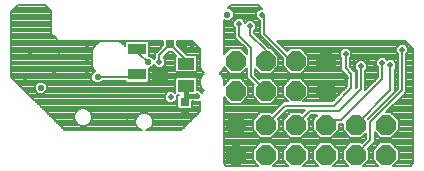
<source format=gtl>
G75*
%MOIN*%
%OFA0B0*%
%FSLAX25Y25*%
%IPPOS*%
%LPD*%
%AMOC8*
5,1,8,0,0,1.08239X$1,22.5*
%
%ADD10R,0.06000X0.03800*%
%ADD11R,0.05512X0.03937*%
%ADD12R,0.03000X0.02700*%
%ADD13R,0.02700X0.03000*%
%ADD14OC8,0.06600*%
%ADD15C,0.00787*%
%ADD16C,0.01981*%
%ADD17C,0.02178*%
%ADD18C,0.01575*%
D10*
X0064150Y0049341D03*
X0064150Y0057541D03*
D11*
X0080528Y0052772D03*
X0071866Y0049031D03*
X0080528Y0045291D03*
D12*
X0080134Y0040108D03*
X0080134Y0035908D03*
D13*
X0079478Y0059268D03*
X0075278Y0059268D03*
D14*
X0097024Y0053638D03*
X0107024Y0053638D03*
X0117024Y0053638D03*
X0127024Y0053638D03*
X0127024Y0043638D03*
X0117024Y0043638D03*
X0107024Y0043638D03*
X0097024Y0043638D03*
X0097063Y0032260D03*
X0107063Y0032260D03*
X0117063Y0032260D03*
X0127063Y0032260D03*
X0137063Y0032260D03*
X0147063Y0032260D03*
X0147063Y0022260D03*
X0137063Y0022260D03*
X0127063Y0022260D03*
X0117063Y0022260D03*
X0107063Y0022260D03*
X0097063Y0022260D03*
D15*
X0065729Y0030569D02*
X0039963Y0030569D01*
X0040004Y0030528D02*
X0022260Y0048272D01*
X0022260Y0069870D01*
X0024650Y0072260D01*
X0033649Y0072260D01*
X0035646Y0070263D01*
X0035646Y0062783D01*
X0036827Y0061602D01*
X0037980Y0060449D01*
X0072934Y0060449D01*
X0072934Y0058886D01*
X0071038Y0056990D01*
X0070226Y0056177D01*
X0070226Y0054667D01*
X0069770Y0054212D01*
X0068651Y0055331D01*
X0068143Y0055331D01*
X0068143Y0059853D01*
X0067561Y0060435D01*
X0060738Y0060435D01*
X0060156Y0059853D01*
X0060156Y0058792D01*
X0060146Y0058808D01*
X0060091Y0059047D01*
X0059933Y0059146D01*
X0059834Y0059304D01*
X0059595Y0059358D01*
X0059525Y0059403D01*
X0059466Y0059461D01*
X0059360Y0059682D01*
X0059184Y0059744D01*
X0059052Y0059876D01*
X0058807Y0059876D01*
X0058728Y0059903D01*
X0058658Y0059947D01*
X0058505Y0060139D01*
X0058320Y0060160D01*
X0058162Y0060259D01*
X0057925Y0060205D01*
X0057824Y0060305D01*
X0057579Y0060305D01*
X0057209Y0060435D01*
X0056957Y0060313D01*
X0056241Y0060394D01*
X0056129Y0060305D01*
X0054138Y0060305D01*
X0054027Y0060394D01*
X0053311Y0060313D01*
X0053059Y0060435D01*
X0052688Y0060305D01*
X0052443Y0060305D01*
X0052343Y0060205D01*
X0052106Y0060259D01*
X0051948Y0060160D01*
X0051763Y0060139D01*
X0051610Y0059947D01*
X0051539Y0059903D01*
X0051461Y0059876D01*
X0051216Y0059876D01*
X0051084Y0059744D01*
X0050908Y0059682D01*
X0050802Y0059461D01*
X0050743Y0059403D01*
X0050672Y0059358D01*
X0050434Y0059304D01*
X0050334Y0059146D01*
X0050176Y0059047D01*
X0050122Y0058808D01*
X0050078Y0058737D01*
X0050019Y0058679D01*
X0049798Y0058572D01*
X0049737Y0058396D01*
X0049605Y0058264D01*
X0049605Y0058019D01*
X0049577Y0057941D01*
X0049533Y0057870D01*
X0049341Y0057718D01*
X0049321Y0057532D01*
X0049221Y0057374D01*
X0049275Y0057137D01*
X0049175Y0057037D01*
X0049175Y0056792D01*
X0049046Y0056421D01*
X0049167Y0056169D01*
X0049086Y0055453D01*
X0049175Y0055342D01*
X0049175Y0053745D01*
X0049086Y0053633D01*
X0049167Y0052917D01*
X0049046Y0052665D01*
X0049175Y0052295D01*
X0049175Y0052050D01*
X0049275Y0051949D01*
X0049221Y0051712D01*
X0049321Y0051554D01*
X0049341Y0051369D01*
X0049533Y0051216D01*
X0049577Y0051146D01*
X0049605Y0051067D01*
X0049605Y0050822D01*
X0049737Y0050690D01*
X0049798Y0050514D01*
X0050019Y0050408D01*
X0050078Y0050349D01*
X0050109Y0050299D01*
X0048917Y0049107D01*
X0048917Y0047381D01*
X0050137Y0046161D01*
X0051863Y0046161D01*
X0052558Y0046857D01*
X0060329Y0046857D01*
X0060738Y0046447D01*
X0067561Y0046447D01*
X0068143Y0047029D01*
X0068143Y0051165D01*
X0068651Y0051165D01*
X0069770Y0052284D01*
X0070791Y0051264D01*
X0072435Y0051264D01*
X0073597Y0052426D01*
X0073597Y0054070D01*
X0073000Y0054667D01*
X0073000Y0055028D01*
X0074746Y0056774D01*
X0075754Y0056774D01*
X0076560Y0055969D01*
X0077077Y0055451D01*
X0076778Y0055152D01*
X0076778Y0050392D01*
X0077360Y0049809D01*
X0083695Y0049809D01*
X0084277Y0050392D01*
X0084277Y0055152D01*
X0083695Y0055734D01*
X0080719Y0055734D01*
X0078522Y0057931D01*
X0078522Y0057986D01*
X0077622Y0058886D01*
X0077622Y0060449D01*
X0082468Y0060449D01*
X0085252Y0057665D01*
X0085252Y0051759D01*
X0085275Y0051737D01*
X0085851Y0050345D01*
X0086574Y0049622D01*
X0085851Y0048899D01*
X0085252Y0047452D01*
X0085252Y0045886D01*
X0085851Y0044439D01*
X0086476Y0043815D01*
X0085851Y0043191D01*
X0085787Y0043035D01*
X0084893Y0043929D01*
X0084277Y0043929D01*
X0084277Y0047671D01*
X0083695Y0048254D01*
X0077360Y0048254D01*
X0076778Y0047671D01*
X0076778Y0042989D01*
X0076231Y0043535D01*
X0074588Y0043535D01*
X0073425Y0042373D01*
X0073425Y0040729D01*
X0074588Y0039567D01*
X0076231Y0039567D01*
X0077394Y0040729D01*
X0077394Y0042329D01*
X0078100Y0042329D01*
X0077640Y0041869D01*
X0077640Y0038346D01*
X0078222Y0037764D01*
X0082045Y0037764D01*
X0082628Y0038346D01*
X0082628Y0040164D01*
X0083046Y0040164D01*
X0083249Y0039961D01*
X0084893Y0039961D01*
X0085252Y0040320D01*
X0085252Y0036855D01*
X0078925Y0030528D01*
X0067194Y0030528D01*
X0068184Y0030938D01*
X0069015Y0031768D01*
X0069465Y0032854D01*
X0069465Y0034028D01*
X0069015Y0035114D01*
X0068184Y0035944D01*
X0067099Y0036394D01*
X0065924Y0036394D01*
X0064839Y0035944D01*
X0064009Y0035114D01*
X0063559Y0034028D01*
X0063559Y0032854D01*
X0064009Y0031768D01*
X0064839Y0030938D01*
X0065829Y0030528D01*
X0040004Y0030528D01*
X0039177Y0031355D02*
X0064422Y0031355D01*
X0063854Y0032141D02*
X0047432Y0032141D01*
X0047948Y0032355D02*
X0048779Y0033186D01*
X0049228Y0034271D01*
X0049228Y0035446D01*
X0048779Y0036531D01*
X0047948Y0037361D01*
X0046863Y0037811D01*
X0045688Y0037811D01*
X0044603Y0037361D01*
X0043772Y0036531D01*
X0043323Y0035446D01*
X0043323Y0034271D01*
X0043772Y0033186D01*
X0044603Y0032355D01*
X0045688Y0031906D01*
X0046863Y0031906D01*
X0047948Y0032355D01*
X0048520Y0032927D02*
X0063559Y0032927D01*
X0063559Y0033713D02*
X0048997Y0033713D01*
X0049228Y0034499D02*
X0063754Y0034499D01*
X0064180Y0035285D02*
X0049228Y0035285D01*
X0048969Y0036071D02*
X0065145Y0036071D01*
X0067879Y0036071D02*
X0084468Y0036071D01*
X0085252Y0036857D02*
X0048453Y0036857D01*
X0047270Y0037642D02*
X0085252Y0037642D01*
X0085252Y0038428D02*
X0082628Y0038428D01*
X0082628Y0039214D02*
X0085252Y0039214D01*
X0085252Y0040000D02*
X0084932Y0040000D01*
X0083209Y0040000D02*
X0082628Y0040000D01*
X0077640Y0040000D02*
X0076665Y0040000D01*
X0077394Y0040786D02*
X0077640Y0040786D01*
X0077640Y0041572D02*
X0077394Y0041572D01*
X0076778Y0043144D02*
X0076623Y0043144D01*
X0076778Y0043930D02*
X0034185Y0043930D01*
X0034185Y0043838D02*
X0032965Y0042618D01*
X0031240Y0042618D01*
X0030020Y0043838D01*
X0030020Y0045563D01*
X0031240Y0046783D01*
X0032965Y0046783D01*
X0034185Y0045563D01*
X0034185Y0043838D01*
X0034185Y0044716D02*
X0076778Y0044716D01*
X0076778Y0045502D02*
X0034185Y0045502D01*
X0033461Y0046287D02*
X0050011Y0046287D01*
X0049225Y0047073D02*
X0023458Y0047073D01*
X0022673Y0047859D02*
X0048917Y0047859D01*
X0048917Y0048645D02*
X0022260Y0048645D01*
X0022260Y0049431D02*
X0049242Y0049431D01*
X0050028Y0050217D02*
X0022260Y0050217D01*
X0022260Y0051003D02*
X0049605Y0051003D01*
X0049239Y0051789D02*
X0022260Y0051789D01*
X0022260Y0052575D02*
X0049077Y0052575D01*
X0049117Y0053361D02*
X0022260Y0053361D01*
X0022260Y0054147D02*
X0049175Y0054147D01*
X0049175Y0054933D02*
X0022260Y0054933D01*
X0022260Y0055718D02*
X0049116Y0055718D01*
X0049075Y0056504D02*
X0022260Y0056504D01*
X0022260Y0057290D02*
X0049240Y0057290D01*
X0049605Y0058076D02*
X0022260Y0058076D01*
X0022260Y0058862D02*
X0050134Y0058862D01*
X0050892Y0059648D02*
X0022260Y0059648D01*
X0022260Y0060434D02*
X0053056Y0060434D01*
X0053061Y0060434D02*
X0057207Y0060434D01*
X0057211Y0060434D02*
X0060737Y0060434D01*
X0060156Y0059648D02*
X0059376Y0059648D01*
X0060133Y0058862D02*
X0060156Y0058862D01*
X0064612Y0056425D02*
X0067789Y0053248D01*
X0069275Y0051789D02*
X0070266Y0051789D01*
X0068143Y0051003D02*
X0076778Y0051003D01*
X0076778Y0051789D02*
X0072960Y0051789D01*
X0073597Y0052575D02*
X0076778Y0052575D01*
X0076778Y0053361D02*
X0073597Y0053361D01*
X0073521Y0054147D02*
X0076778Y0054147D01*
X0076778Y0054933D02*
X0073000Y0054933D01*
X0073691Y0055718D02*
X0076810Y0055718D01*
X0076560Y0055969D02*
X0076560Y0055969D01*
X0076024Y0056504D02*
X0074477Y0056504D01*
X0072124Y0058076D02*
X0068143Y0058076D01*
X0068143Y0057290D02*
X0071338Y0057290D01*
X0071038Y0056990D02*
X0071038Y0056990D01*
X0070553Y0056504D02*
X0068143Y0056504D01*
X0068143Y0055718D02*
X0070226Y0055718D01*
X0070226Y0054933D02*
X0069049Y0054933D01*
X0071613Y0055603D02*
X0071613Y0053248D01*
X0071613Y0053503D01*
X0071613Y0055603D02*
X0075278Y0059268D01*
X0077134Y0057411D01*
X0077134Y0057356D01*
X0080528Y0053963D01*
X0080528Y0052772D01*
X0084277Y0052575D02*
X0085252Y0052575D01*
X0085252Y0053361D02*
X0084277Y0053361D01*
X0084277Y0054147D02*
X0085252Y0054147D01*
X0085252Y0054933D02*
X0084277Y0054933D01*
X0083710Y0055718D02*
X0085252Y0055718D01*
X0085252Y0056504D02*
X0079948Y0056504D01*
X0079162Y0057290D02*
X0085252Y0057290D01*
X0084841Y0058076D02*
X0078432Y0058076D01*
X0077646Y0058862D02*
X0084055Y0058862D01*
X0083269Y0059648D02*
X0077622Y0059648D01*
X0077622Y0060434D02*
X0082483Y0060434D01*
X0082102Y0059268D02*
X0082496Y0058874D01*
X0082102Y0059268D02*
X0079478Y0059268D01*
X0072934Y0059648D02*
X0068143Y0059648D01*
X0068143Y0058862D02*
X0072910Y0058862D01*
X0072934Y0060434D02*
X0067562Y0060434D01*
X0064149Y0057541D02*
X0064151Y0057464D01*
X0064157Y0057386D01*
X0064166Y0057309D01*
X0064179Y0057233D01*
X0064196Y0057157D01*
X0064217Y0057083D01*
X0064241Y0057009D01*
X0064269Y0056937D01*
X0064301Y0056866D01*
X0064335Y0056797D01*
X0064374Y0056729D01*
X0064415Y0056664D01*
X0064460Y0056600D01*
X0064507Y0056539D01*
X0064558Y0056481D01*
X0064611Y0056424D01*
X0068143Y0050217D02*
X0076952Y0050217D01*
X0076966Y0047859D02*
X0068143Y0047859D01*
X0068143Y0047073D02*
X0076778Y0047073D01*
X0076778Y0046287D02*
X0051989Y0046287D01*
X0051000Y0048244D02*
X0062580Y0048244D01*
X0064150Y0049341D01*
X0068143Y0049431D02*
X0086383Y0049431D01*
X0085979Y0050217D02*
X0084103Y0050217D01*
X0084277Y0051003D02*
X0085579Y0051003D01*
X0085252Y0051789D02*
X0084277Y0051789D01*
X0085746Y0048645D02*
X0068143Y0048645D01*
X0074196Y0043144D02*
X0033491Y0043144D01*
X0030714Y0043144D02*
X0027388Y0043144D01*
X0026602Y0043930D02*
X0030020Y0043930D01*
X0030020Y0044716D02*
X0025816Y0044716D01*
X0025030Y0045502D02*
X0030020Y0045502D01*
X0030744Y0046287D02*
X0024244Y0046287D01*
X0028174Y0042358D02*
X0073425Y0042358D01*
X0073425Y0041572D02*
X0028960Y0041572D01*
X0029746Y0040786D02*
X0073425Y0040786D01*
X0074154Y0040000D02*
X0030532Y0040000D01*
X0031318Y0039214D02*
X0077640Y0039214D01*
X0077640Y0038428D02*
X0032104Y0038428D01*
X0032889Y0037642D02*
X0045281Y0037642D01*
X0044098Y0036857D02*
X0033675Y0036857D01*
X0034461Y0036071D02*
X0043582Y0036071D01*
X0043323Y0035285D02*
X0035247Y0035285D01*
X0036033Y0034499D02*
X0043323Y0034499D01*
X0043554Y0033713D02*
X0036819Y0033713D01*
X0037605Y0032927D02*
X0044031Y0032927D01*
X0045120Y0032141D02*
X0038391Y0032141D01*
X0067295Y0030569D02*
X0078966Y0030569D01*
X0079752Y0031355D02*
X0068602Y0031355D01*
X0069169Y0032141D02*
X0080538Y0032141D01*
X0081324Y0032927D02*
X0069465Y0032927D01*
X0069465Y0033713D02*
X0082110Y0033713D01*
X0082896Y0034499D02*
X0069270Y0034499D01*
X0068844Y0035285D02*
X0083682Y0035285D01*
X0093126Y0035285D02*
X0104016Y0035285D01*
X0104802Y0036071D02*
X0093126Y0036071D01*
X0093126Y0036857D02*
X0109698Y0036857D01*
X0109118Y0036277D02*
X0108841Y0036554D01*
X0105284Y0036554D01*
X0102769Y0034038D01*
X0102769Y0030481D01*
X0105284Y0027966D01*
X0108841Y0027966D01*
X0111357Y0030481D01*
X0111357Y0034038D01*
X0111080Y0034315D01*
X0114173Y0037408D01*
X0120249Y0037408D01*
X0119118Y0036277D01*
X0118841Y0036554D01*
X0115284Y0036554D01*
X0112769Y0034038D01*
X0112769Y0030481D01*
X0115284Y0027966D01*
X0118841Y0027966D01*
X0121357Y0030481D01*
X0121357Y0034038D01*
X0121080Y0034315D01*
X0122325Y0035560D01*
X0124291Y0035560D01*
X0122769Y0034038D01*
X0122769Y0030481D01*
X0125284Y0027966D01*
X0128841Y0027966D01*
X0131357Y0030481D01*
X0131357Y0032487D01*
X0132677Y0032487D01*
X0132769Y0032579D01*
X0132769Y0030481D01*
X0135284Y0027966D01*
X0138841Y0027966D01*
X0140575Y0029700D01*
X0140575Y0027734D01*
X0139118Y0026277D01*
X0138841Y0026554D01*
X0135284Y0026554D01*
X0132769Y0024038D01*
X0132769Y0020481D01*
X0134534Y0018717D01*
X0129592Y0018717D01*
X0131357Y0020481D01*
X0131357Y0024038D01*
X0128841Y0026554D01*
X0125284Y0026554D01*
X0122769Y0024038D01*
X0122769Y0020481D01*
X0124534Y0018717D01*
X0119592Y0018717D01*
X0121357Y0020481D01*
X0121357Y0024038D01*
X0118841Y0026554D01*
X0115284Y0026554D01*
X0112769Y0024038D01*
X0112769Y0020481D01*
X0114534Y0018717D01*
X0109592Y0018717D01*
X0111357Y0020481D01*
X0111357Y0024038D01*
X0108841Y0026554D01*
X0105284Y0026554D01*
X0102769Y0024038D01*
X0102769Y0020481D01*
X0104534Y0018717D01*
X0093941Y0018717D01*
X0093126Y0019532D01*
X0093126Y0041463D01*
X0095245Y0039344D01*
X0098802Y0039344D01*
X0101317Y0041859D01*
X0101317Y0045416D01*
X0098802Y0047931D01*
X0095245Y0047931D01*
X0093074Y0045760D01*
X0093126Y0045886D01*
X0093126Y0047452D01*
X0092527Y0048899D01*
X0091804Y0049622D01*
X0092527Y0050345D01*
X0093030Y0051559D01*
X0095245Y0049344D01*
X0098802Y0049344D01*
X0100794Y0051336D01*
X0100794Y0047906D01*
X0103006Y0045693D01*
X0102730Y0045416D01*
X0102730Y0041859D01*
X0105245Y0039344D01*
X0108802Y0039344D01*
X0111317Y0041859D01*
X0111317Y0045416D01*
X0108802Y0047931D01*
X0105245Y0047931D01*
X0104969Y0047655D01*
X0103568Y0049055D01*
X0103568Y0051021D01*
X0105245Y0049344D01*
X0108802Y0049344D01*
X0111317Y0051859D01*
X0111317Y0055416D01*
X0108802Y0057931D01*
X0108289Y0057931D01*
X0103228Y0062992D01*
X0103228Y0063808D01*
X0103825Y0064405D01*
X0103825Y0066049D01*
X0102663Y0067211D01*
X0101019Y0067211D01*
X0100228Y0066420D01*
X0100228Y0066783D01*
X0099066Y0067945D01*
X0097422Y0067945D01*
X0096260Y0066783D01*
X0096260Y0065139D01*
X0096857Y0064542D01*
X0096857Y0061449D01*
X0100794Y0057512D01*
X0100794Y0055940D01*
X0098802Y0057931D01*
X0095245Y0057931D01*
X0093126Y0055812D01*
X0093126Y0067335D01*
X0093442Y0067019D01*
X0095167Y0067019D01*
X0096387Y0068239D01*
X0096387Y0069965D01*
X0095167Y0071185D01*
X0094441Y0071185D01*
X0095516Y0072260D01*
X0104515Y0072260D01*
X0105681Y0071094D01*
X0105093Y0071094D01*
X0103931Y0069932D01*
X0103931Y0068288D01*
X0105093Y0067126D01*
X0105124Y0067126D01*
X0105124Y0062208D01*
X0112730Y0054603D01*
X0112730Y0051859D01*
X0115245Y0049344D01*
X0118802Y0049344D01*
X0121317Y0051859D01*
X0121317Y0055416D01*
X0118802Y0057931D01*
X0115245Y0057931D01*
X0114285Y0056972D01*
X0110808Y0060449D01*
X0153334Y0060449D01*
X0156118Y0057665D01*
X0156118Y0019532D01*
X0155303Y0018717D01*
X0149592Y0018717D01*
X0151357Y0020481D01*
X0151357Y0024038D01*
X0148841Y0026554D01*
X0145284Y0026554D01*
X0142769Y0024038D01*
X0142769Y0020481D01*
X0144534Y0018717D01*
X0139592Y0018717D01*
X0141357Y0020481D01*
X0141357Y0024038D01*
X0141080Y0024315D01*
X0142537Y0025772D01*
X0143350Y0026585D01*
X0143350Y0029901D01*
X0145284Y0027966D01*
X0148841Y0027966D01*
X0151357Y0030481D01*
X0151357Y0034038D01*
X0148841Y0036554D01*
X0147247Y0036554D01*
X0153149Y0042456D01*
X0153962Y0043269D01*
X0153962Y0055880D01*
X0154559Y0056477D01*
X0154559Y0058121D01*
X0153397Y0059283D01*
X0151753Y0059283D01*
X0150591Y0058121D01*
X0150591Y0056477D01*
X0151187Y0055880D01*
X0151187Y0044419D01*
X0141388Y0034619D01*
X0141082Y0034313D01*
X0141080Y0034315D01*
X0149212Y0042447D01*
X0150025Y0043260D01*
X0150025Y0050762D01*
X0150622Y0051359D01*
X0150622Y0053003D01*
X0149460Y0054165D01*
X0147816Y0054165D01*
X0147654Y0054003D01*
X0146704Y0054953D01*
X0145060Y0054953D01*
X0143898Y0053790D01*
X0143898Y0052147D01*
X0144494Y0051550D01*
X0144494Y0048228D01*
X0140222Y0043956D01*
X0140222Y0050447D01*
X0140819Y0051044D01*
X0140819Y0052688D01*
X0139657Y0053850D01*
X0138013Y0053850D01*
X0136850Y0052688D01*
X0136850Y0051044D01*
X0137447Y0050447D01*
X0137447Y0044882D01*
X0137049Y0044483D01*
X0137049Y0049831D01*
X0136236Y0050644D01*
X0135065Y0051816D01*
X0135065Y0054699D01*
X0135661Y0055296D01*
X0135661Y0056940D01*
X0134499Y0058102D01*
X0132855Y0058102D01*
X0131693Y0056940D01*
X0131693Y0055296D01*
X0132290Y0054699D01*
X0132290Y0050666D01*
X0134274Y0048682D01*
X0134274Y0045203D01*
X0129253Y0040183D01*
X0119641Y0040183D01*
X0121317Y0041859D01*
X0121317Y0045416D01*
X0118802Y0047931D01*
X0115245Y0047931D01*
X0112730Y0045416D01*
X0112730Y0041859D01*
X0114407Y0040183D01*
X0113024Y0040183D01*
X0109118Y0036277D01*
X0110484Y0037642D02*
X0093126Y0037642D01*
X0093126Y0038428D02*
X0111269Y0038428D01*
X0112055Y0039214D02*
X0093126Y0039214D01*
X0093126Y0040000D02*
X0094589Y0040000D01*
X0093803Y0040786D02*
X0093126Y0040786D01*
X0099458Y0040000D02*
X0104589Y0040000D01*
X0103803Y0040786D02*
X0100244Y0040786D01*
X0101030Y0041572D02*
X0103017Y0041572D01*
X0102730Y0042358D02*
X0101317Y0042358D01*
X0101317Y0043144D02*
X0102730Y0043144D01*
X0102730Y0043930D02*
X0101317Y0043930D01*
X0101317Y0044716D02*
X0102730Y0044716D01*
X0102815Y0045502D02*
X0101232Y0045502D01*
X0100446Y0046287D02*
X0102412Y0046287D01*
X0101626Y0047073D02*
X0099660Y0047073D01*
X0098874Y0047859D02*
X0100840Y0047859D01*
X0100794Y0048645D02*
X0092632Y0048645D01*
X0092957Y0047859D02*
X0095173Y0047859D01*
X0094387Y0047073D02*
X0093126Y0047073D01*
X0093126Y0046287D02*
X0093601Y0046287D01*
X0095158Y0049431D02*
X0091995Y0049431D01*
X0092399Y0050217D02*
X0094372Y0050217D01*
X0093586Y0051003D02*
X0092799Y0051003D01*
X0098889Y0049431D02*
X0100794Y0049431D01*
X0100794Y0050217D02*
X0099675Y0050217D01*
X0100461Y0051003D02*
X0100794Y0051003D01*
X0103568Y0051003D02*
X0103586Y0051003D01*
X0103568Y0050217D02*
X0104372Y0050217D01*
X0105158Y0049431D02*
X0103568Y0049431D01*
X0103978Y0048645D02*
X0134274Y0048645D01*
X0134274Y0047859D02*
X0118874Y0047859D01*
X0119660Y0047073D02*
X0134274Y0047073D01*
X0134274Y0046287D02*
X0120446Y0046287D01*
X0121232Y0045502D02*
X0134274Y0045502D01*
X0133786Y0044716D02*
X0121317Y0044716D01*
X0121317Y0043930D02*
X0133001Y0043930D01*
X0132215Y0043144D02*
X0121317Y0043144D01*
X0121317Y0042358D02*
X0131429Y0042358D01*
X0130643Y0041572D02*
X0121030Y0041572D01*
X0120244Y0040786D02*
X0129857Y0040786D01*
X0129828Y0038795D02*
X0113598Y0038795D01*
X0107063Y0032260D01*
X0102769Y0032141D02*
X0093126Y0032141D01*
X0093126Y0031355D02*
X0102769Y0031355D01*
X0102769Y0030569D02*
X0093126Y0030569D01*
X0093126Y0029783D02*
X0103467Y0029783D01*
X0104253Y0028997D02*
X0093126Y0028997D01*
X0093126Y0028212D02*
X0105039Y0028212D01*
X0109087Y0028212D02*
X0115039Y0028212D01*
X0114253Y0028997D02*
X0109873Y0028997D01*
X0110659Y0029783D02*
X0113467Y0029783D01*
X0112769Y0030569D02*
X0111357Y0030569D01*
X0111357Y0031355D02*
X0112769Y0031355D01*
X0112769Y0032141D02*
X0111357Y0032141D01*
X0111357Y0032927D02*
X0112769Y0032927D01*
X0112769Y0033713D02*
X0111357Y0033713D01*
X0111264Y0034499D02*
X0113230Y0034499D01*
X0114016Y0035285D02*
X0112050Y0035285D01*
X0112836Y0036071D02*
X0114802Y0036071D01*
X0113622Y0036857D02*
X0119698Y0036857D01*
X0121750Y0036947D02*
X0131475Y0036947D01*
X0138835Y0044307D01*
X0138835Y0051866D01*
X0140819Y0051789D02*
X0144255Y0051789D01*
X0144494Y0051003D02*
X0140778Y0051003D01*
X0140222Y0050217D02*
X0144494Y0050217D01*
X0144494Y0049431D02*
X0140222Y0049431D01*
X0140222Y0048645D02*
X0144494Y0048645D01*
X0144126Y0047859D02*
X0140222Y0047859D01*
X0140222Y0047073D02*
X0143340Y0047073D01*
X0142554Y0046287D02*
X0140222Y0046287D01*
X0140222Y0045502D02*
X0141768Y0045502D01*
X0140982Y0044716D02*
X0140222Y0044716D01*
X0137447Y0045502D02*
X0137049Y0045502D01*
X0137049Y0046287D02*
X0137447Y0046287D01*
X0137447Y0047073D02*
X0137049Y0047073D01*
X0137049Y0047859D02*
X0137447Y0047859D01*
X0137447Y0048645D02*
X0137049Y0048645D01*
X0137049Y0049431D02*
X0137447Y0049431D01*
X0137447Y0050217D02*
X0136663Y0050217D01*
X0136892Y0051003D02*
X0135877Y0051003D01*
X0135091Y0051789D02*
X0136850Y0051789D01*
X0136850Y0052575D02*
X0135065Y0052575D01*
X0135065Y0053361D02*
X0137523Y0053361D01*
X0135065Y0054147D02*
X0144254Y0054147D01*
X0143898Y0053361D02*
X0140146Y0053361D01*
X0140819Y0052575D02*
X0143898Y0052575D01*
X0145882Y0052969D02*
X0145882Y0047654D01*
X0132102Y0033874D01*
X0128677Y0033874D01*
X0127063Y0032260D01*
X0122769Y0032141D02*
X0121357Y0032141D01*
X0121357Y0031355D02*
X0122769Y0031355D01*
X0122769Y0030569D02*
X0121357Y0030569D01*
X0120659Y0029783D02*
X0123467Y0029783D01*
X0124253Y0028997D02*
X0119873Y0028997D01*
X0119087Y0028212D02*
X0125039Y0028212D01*
X0129087Y0028212D02*
X0135039Y0028212D01*
X0134253Y0028997D02*
X0129873Y0028997D01*
X0130659Y0029783D02*
X0133467Y0029783D01*
X0132769Y0030569D02*
X0131357Y0030569D01*
X0131357Y0031355D02*
X0132769Y0031355D01*
X0132769Y0032141D02*
X0131357Y0032141D01*
X0137063Y0032260D02*
X0148638Y0043835D01*
X0148638Y0052181D01*
X0150264Y0053361D02*
X0151187Y0053361D01*
X0151187Y0054147D02*
X0149478Y0054147D01*
X0147797Y0054147D02*
X0147510Y0054147D01*
X0146724Y0054933D02*
X0151187Y0054933D01*
X0151187Y0055718D02*
X0135661Y0055718D01*
X0135661Y0056504D02*
X0150591Y0056504D01*
X0150591Y0057290D02*
X0135311Y0057290D01*
X0134525Y0058076D02*
X0150591Y0058076D01*
X0151332Y0058862D02*
X0112395Y0058862D01*
X0113181Y0058076D02*
X0132829Y0058076D01*
X0132043Y0057290D02*
X0119443Y0057290D01*
X0120229Y0056504D02*
X0131693Y0056504D01*
X0131693Y0055718D02*
X0121015Y0055718D01*
X0121317Y0054933D02*
X0132057Y0054933D01*
X0132290Y0054147D02*
X0121317Y0054147D01*
X0121317Y0053361D02*
X0132290Y0053361D01*
X0132290Y0052575D02*
X0121317Y0052575D01*
X0121247Y0051789D02*
X0132290Y0051789D01*
X0132290Y0051003D02*
X0120461Y0051003D01*
X0119675Y0050217D02*
X0132739Y0050217D01*
X0133525Y0049431D02*
X0118889Y0049431D01*
X0115158Y0049431D02*
X0108889Y0049431D01*
X0109675Y0050217D02*
X0114372Y0050217D01*
X0113586Y0051003D02*
X0110461Y0051003D01*
X0111247Y0051789D02*
X0112800Y0051789D01*
X0112730Y0052575D02*
X0111317Y0052575D01*
X0111317Y0053361D02*
X0112730Y0053361D01*
X0112730Y0054147D02*
X0111317Y0054147D01*
X0111317Y0054933D02*
X0112400Y0054933D01*
X0111614Y0055718D02*
X0111015Y0055718D01*
X0110828Y0056504D02*
X0110229Y0056504D01*
X0110042Y0057290D02*
X0109443Y0057290D01*
X0109257Y0058076D02*
X0108144Y0058076D01*
X0108471Y0058862D02*
X0107358Y0058862D01*
X0107685Y0059648D02*
X0106572Y0059648D01*
X0106899Y0060434D02*
X0105786Y0060434D01*
X0106113Y0061220D02*
X0105000Y0061220D01*
X0105327Y0062006D02*
X0104215Y0062006D01*
X0103429Y0062792D02*
X0105124Y0062792D01*
X0105124Y0063578D02*
X0103228Y0063578D01*
X0103784Y0064363D02*
X0105124Y0064363D01*
X0105124Y0065149D02*
X0103825Y0065149D01*
X0103825Y0065935D02*
X0105124Y0065935D01*
X0105124Y0066721D02*
X0103152Y0066721D01*
X0104712Y0067507D02*
X0099504Y0067507D01*
X0100228Y0066721D02*
X0100529Y0066721D01*
X0098244Y0065961D02*
X0098244Y0062024D01*
X0102181Y0058087D01*
X0102181Y0048480D01*
X0107024Y0043638D01*
X0110244Y0040786D02*
X0113803Y0040786D01*
X0113017Y0041572D02*
X0111030Y0041572D01*
X0111317Y0042358D02*
X0112730Y0042358D01*
X0112730Y0043144D02*
X0111317Y0043144D01*
X0111317Y0043930D02*
X0112730Y0043930D01*
X0112730Y0044716D02*
X0111317Y0044716D01*
X0111232Y0045502D02*
X0112815Y0045502D01*
X0113601Y0046287D02*
X0110446Y0046287D01*
X0109660Y0047073D02*
X0114387Y0047073D01*
X0115173Y0047859D02*
X0108874Y0047859D01*
X0105173Y0047859D02*
X0104764Y0047859D01*
X0107024Y0053638D02*
X0107024Y0057235D01*
X0101841Y0062417D01*
X0101841Y0065227D01*
X0096857Y0064363D02*
X0093126Y0064363D01*
X0093126Y0063578D02*
X0096857Y0063578D01*
X0096857Y0062792D02*
X0093126Y0062792D01*
X0093126Y0062006D02*
X0096857Y0062006D01*
X0097086Y0061220D02*
X0093126Y0061220D01*
X0093126Y0060434D02*
X0097872Y0060434D01*
X0098658Y0059648D02*
X0093126Y0059648D01*
X0093126Y0058862D02*
X0099444Y0058862D01*
X0100229Y0058076D02*
X0093126Y0058076D01*
X0093126Y0057290D02*
X0094604Y0057290D01*
X0093818Y0056504D02*
X0093126Y0056504D01*
X0099443Y0057290D02*
X0100794Y0057290D01*
X0100794Y0056504D02*
X0100229Y0056504D01*
X0110823Y0060434D02*
X0153349Y0060434D01*
X0154135Y0059648D02*
X0111609Y0059648D01*
X0113967Y0057290D02*
X0114604Y0057290D01*
X0115657Y0053638D02*
X0106512Y0062783D01*
X0106512Y0068513D01*
X0105915Y0069110D01*
X0103931Y0069079D02*
X0096387Y0069079D01*
X0096387Y0069865D02*
X0103931Y0069865D01*
X0104649Y0070651D02*
X0095701Y0070651D01*
X0094693Y0071437D02*
X0105338Y0071437D01*
X0104553Y0072223D02*
X0095479Y0072223D01*
X0096387Y0068293D02*
X0103931Y0068293D01*
X0096984Y0067507D02*
X0095655Y0067507D01*
X0096260Y0066721D02*
X0093126Y0066721D01*
X0093126Y0065935D02*
X0096260Y0065935D01*
X0096260Y0065149D02*
X0093126Y0065149D01*
X0115657Y0053638D02*
X0117024Y0053638D01*
X0133677Y0051241D02*
X0135661Y0049257D01*
X0135661Y0044629D01*
X0129828Y0038795D01*
X0124016Y0035285D02*
X0122050Y0035285D01*
X0121264Y0034499D02*
X0123230Y0034499D01*
X0122769Y0033713D02*
X0121357Y0033713D01*
X0121357Y0032927D02*
X0122769Y0032927D01*
X0121750Y0036947D02*
X0117063Y0032260D01*
X0119541Y0025854D02*
X0124585Y0025854D01*
X0123799Y0025068D02*
X0120327Y0025068D01*
X0121113Y0024282D02*
X0123013Y0024282D01*
X0122769Y0023496D02*
X0121357Y0023496D01*
X0121357Y0022710D02*
X0122769Y0022710D01*
X0122769Y0021924D02*
X0121357Y0021924D01*
X0121357Y0021138D02*
X0122769Y0021138D01*
X0122898Y0020352D02*
X0121228Y0020352D01*
X0120442Y0019566D02*
X0123684Y0019566D01*
X0124470Y0018781D02*
X0119656Y0018781D01*
X0114470Y0018781D02*
X0109656Y0018781D01*
X0110442Y0019566D02*
X0113684Y0019566D01*
X0112898Y0020352D02*
X0111228Y0020352D01*
X0111357Y0021138D02*
X0112769Y0021138D01*
X0112769Y0021924D02*
X0111357Y0021924D01*
X0111357Y0022710D02*
X0112769Y0022710D01*
X0112769Y0023496D02*
X0111357Y0023496D01*
X0111113Y0024282D02*
X0113013Y0024282D01*
X0113799Y0025068D02*
X0110327Y0025068D01*
X0109541Y0025854D02*
X0114585Y0025854D01*
X0104585Y0025854D02*
X0093126Y0025854D01*
X0093126Y0026640D02*
X0139481Y0026640D01*
X0140267Y0027426D02*
X0093126Y0027426D01*
X0093126Y0025068D02*
X0103799Y0025068D01*
X0103013Y0024282D02*
X0093126Y0024282D01*
X0093126Y0023496D02*
X0102769Y0023496D01*
X0102769Y0022710D02*
X0093126Y0022710D01*
X0093126Y0021924D02*
X0102769Y0021924D01*
X0102769Y0021138D02*
X0093126Y0021138D01*
X0093126Y0020352D02*
X0102898Y0020352D01*
X0103684Y0019566D02*
X0093126Y0019566D01*
X0093877Y0018781D02*
X0104470Y0018781D01*
X0129656Y0018781D02*
X0134470Y0018781D01*
X0133684Y0019566D02*
X0130442Y0019566D01*
X0131228Y0020352D02*
X0132898Y0020352D01*
X0132769Y0021138D02*
X0131357Y0021138D01*
X0131357Y0021924D02*
X0132769Y0021924D01*
X0132769Y0022710D02*
X0131357Y0022710D01*
X0131357Y0023496D02*
X0132769Y0023496D01*
X0133013Y0024282D02*
X0131113Y0024282D01*
X0130327Y0025068D02*
X0133799Y0025068D01*
X0134585Y0025854D02*
X0129541Y0025854D01*
X0137063Y0022260D02*
X0141963Y0027160D01*
X0141963Y0033232D01*
X0152575Y0043844D01*
X0152575Y0057299D01*
X0154559Y0057290D02*
X0156118Y0057290D01*
X0156118Y0056504D02*
X0154559Y0056504D01*
X0153962Y0055718D02*
X0156118Y0055718D01*
X0156118Y0054933D02*
X0153962Y0054933D01*
X0153962Y0054147D02*
X0156118Y0054147D01*
X0156118Y0053361D02*
X0153962Y0053361D01*
X0153962Y0052575D02*
X0156118Y0052575D01*
X0156118Y0051789D02*
X0153962Y0051789D01*
X0153962Y0051003D02*
X0156118Y0051003D01*
X0156118Y0050217D02*
X0153962Y0050217D01*
X0153962Y0049431D02*
X0156118Y0049431D01*
X0156118Y0048645D02*
X0153962Y0048645D01*
X0153962Y0047859D02*
X0156118Y0047859D01*
X0156118Y0047073D02*
X0153962Y0047073D01*
X0153962Y0046287D02*
X0156118Y0046287D01*
X0156118Y0045502D02*
X0153962Y0045502D01*
X0153962Y0044716D02*
X0156118Y0044716D01*
X0156118Y0043930D02*
X0153962Y0043930D01*
X0153837Y0043144D02*
X0156118Y0043144D01*
X0156118Y0042358D02*
X0153051Y0042358D01*
X0152265Y0041572D02*
X0156118Y0041572D01*
X0156118Y0040786D02*
X0151479Y0040786D01*
X0150693Y0040000D02*
X0156118Y0040000D01*
X0156118Y0039214D02*
X0149907Y0039214D01*
X0149121Y0038428D02*
X0156118Y0038428D01*
X0156118Y0037642D02*
X0148335Y0037642D01*
X0147550Y0036857D02*
X0156118Y0036857D01*
X0156118Y0036071D02*
X0149324Y0036071D01*
X0150110Y0035285D02*
X0156118Y0035285D01*
X0156118Y0034499D02*
X0150896Y0034499D01*
X0151357Y0033713D02*
X0156118Y0033713D01*
X0156118Y0032927D02*
X0151357Y0032927D01*
X0151357Y0032141D02*
X0156118Y0032141D01*
X0156118Y0031355D02*
X0151357Y0031355D01*
X0151357Y0030569D02*
X0156118Y0030569D01*
X0156118Y0029783D02*
X0150659Y0029783D01*
X0149873Y0028997D02*
X0156118Y0028997D01*
X0156118Y0028212D02*
X0149087Y0028212D01*
X0145039Y0028212D02*
X0143350Y0028212D01*
X0143350Y0028997D02*
X0144253Y0028997D01*
X0143467Y0029783D02*
X0143350Y0029783D01*
X0140575Y0028997D02*
X0139873Y0028997D01*
X0140575Y0028212D02*
X0139087Y0028212D01*
X0143350Y0027426D02*
X0156118Y0027426D01*
X0156118Y0026640D02*
X0143350Y0026640D01*
X0142619Y0025854D02*
X0144585Y0025854D01*
X0143799Y0025068D02*
X0141833Y0025068D01*
X0141113Y0024282D02*
X0143013Y0024282D01*
X0142769Y0023496D02*
X0141357Y0023496D01*
X0141357Y0022710D02*
X0142769Y0022710D01*
X0142769Y0021924D02*
X0141357Y0021924D01*
X0141357Y0021138D02*
X0142769Y0021138D01*
X0142898Y0020352D02*
X0141228Y0020352D01*
X0140442Y0019566D02*
X0143684Y0019566D01*
X0144470Y0018781D02*
X0139656Y0018781D01*
X0149656Y0018781D02*
X0155367Y0018781D01*
X0156118Y0019566D02*
X0150442Y0019566D01*
X0151228Y0020352D02*
X0156118Y0020352D01*
X0156118Y0021138D02*
X0151357Y0021138D01*
X0151357Y0021924D02*
X0156118Y0021924D01*
X0156118Y0022710D02*
X0151357Y0022710D01*
X0151357Y0023496D02*
X0156118Y0023496D01*
X0156118Y0024282D02*
X0151113Y0024282D01*
X0150327Y0025068D02*
X0156118Y0025068D01*
X0156118Y0025854D02*
X0149541Y0025854D01*
X0141268Y0034499D02*
X0141264Y0034499D01*
X0141388Y0034619D02*
X0141388Y0034619D01*
X0142050Y0035285D02*
X0142054Y0035285D01*
X0142836Y0036071D02*
X0142839Y0036071D01*
X0143622Y0036857D02*
X0143625Y0036857D01*
X0144408Y0037642D02*
X0144411Y0037642D01*
X0145194Y0038428D02*
X0145197Y0038428D01*
X0145980Y0039214D02*
X0145983Y0039214D01*
X0146765Y0040000D02*
X0146769Y0040000D01*
X0147551Y0040786D02*
X0147555Y0040786D01*
X0148337Y0041572D02*
X0148341Y0041572D01*
X0149123Y0042358D02*
X0149127Y0042358D01*
X0149909Y0043144D02*
X0149913Y0043144D01*
X0150025Y0043930D02*
X0150699Y0043930D01*
X0151187Y0044716D02*
X0150025Y0044716D01*
X0150025Y0045502D02*
X0151187Y0045502D01*
X0151187Y0046287D02*
X0150025Y0046287D01*
X0150025Y0047073D02*
X0151187Y0047073D01*
X0151187Y0047859D02*
X0150025Y0047859D01*
X0150025Y0048645D02*
X0151187Y0048645D01*
X0151187Y0049431D02*
X0150025Y0049431D01*
X0150025Y0050217D02*
X0151187Y0050217D01*
X0151187Y0051003D02*
X0150266Y0051003D01*
X0150622Y0051789D02*
X0151187Y0051789D01*
X0151187Y0052575D02*
X0150622Y0052575D01*
X0145040Y0054933D02*
X0135298Y0054933D01*
X0133677Y0056118D02*
X0133677Y0051241D01*
X0137049Y0044716D02*
X0137281Y0044716D01*
X0112841Y0040000D02*
X0109458Y0040000D01*
X0103230Y0034499D02*
X0093126Y0034499D01*
X0093126Y0033713D02*
X0102769Y0033713D01*
X0102769Y0032927D02*
X0093126Y0032927D01*
X0085832Y0043144D02*
X0085678Y0043144D01*
X0086361Y0043930D02*
X0084277Y0043930D01*
X0084277Y0044716D02*
X0085737Y0044716D01*
X0085411Y0045502D02*
X0084277Y0045502D01*
X0084277Y0046287D02*
X0085252Y0046287D01*
X0085252Y0047073D02*
X0084277Y0047073D01*
X0084089Y0047859D02*
X0085421Y0047859D01*
X0037209Y0061220D02*
X0022260Y0061220D01*
X0022260Y0062006D02*
X0036423Y0062006D01*
X0035646Y0062792D02*
X0022260Y0062792D01*
X0022260Y0063578D02*
X0035646Y0063578D01*
X0035646Y0064363D02*
X0022260Y0064363D01*
X0022260Y0065149D02*
X0035646Y0065149D01*
X0035646Y0065935D02*
X0022260Y0065935D01*
X0022260Y0066721D02*
X0035646Y0066721D01*
X0035646Y0067507D02*
X0022260Y0067507D01*
X0022260Y0068293D02*
X0035646Y0068293D01*
X0035646Y0069079D02*
X0022260Y0069079D01*
X0022260Y0069865D02*
X0035646Y0069865D01*
X0035258Y0070651D02*
X0023041Y0070651D01*
X0023827Y0071437D02*
X0034472Y0071437D01*
X0033686Y0072223D02*
X0024613Y0072223D01*
X0153818Y0058862D02*
X0154921Y0058862D01*
X0154559Y0058076D02*
X0155707Y0058076D01*
D16*
X0152575Y0057299D03*
X0145882Y0052969D03*
X0148638Y0052181D03*
X0143520Y0051787D03*
X0141118Y0053205D03*
X0138835Y0051866D03*
X0136433Y0052969D03*
X0133677Y0056118D03*
X0133677Y0047850D03*
X0101841Y0065227D03*
X0098244Y0065961D03*
X0105915Y0069110D03*
X0082496Y0058874D03*
X0071613Y0053248D03*
X0072654Y0043913D03*
X0075409Y0041551D03*
X0084071Y0041945D03*
X0079740Y0032496D03*
X0060843Y0033283D03*
X0036433Y0035252D03*
X0026984Y0047850D03*
X0036433Y0049425D03*
X0047457Y0049425D03*
X0047457Y0054150D03*
X0047457Y0058874D03*
X0038008Y0056906D03*
X0028559Y0055724D03*
X0030134Y0065961D03*
D17*
X0051000Y0048244D03*
X0067789Y0053248D03*
X0094305Y0069102D03*
X0032102Y0044701D03*
D18*
X0080134Y0040108D02*
X0080528Y0040502D01*
X0080528Y0045291D01*
X0080396Y0041945D02*
X0084071Y0041945D01*
X0080396Y0041945D02*
X0080134Y0040108D01*
M02*

</source>
